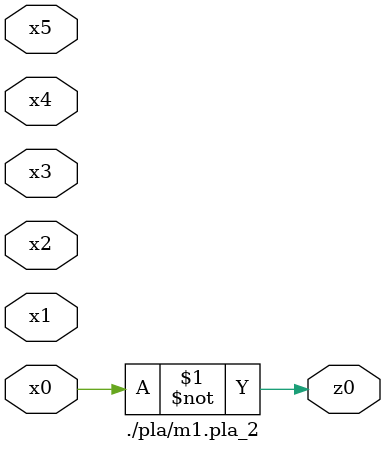
<source format=v>

module \./pla/m1.pla_2  ( 
    x0, x1, x2, x3, x4, x5,
    z0  );
  input  x0, x1, x2, x3, x4, x5;
  output z0;
  assign z0 = ~x0;
endmodule



</source>
